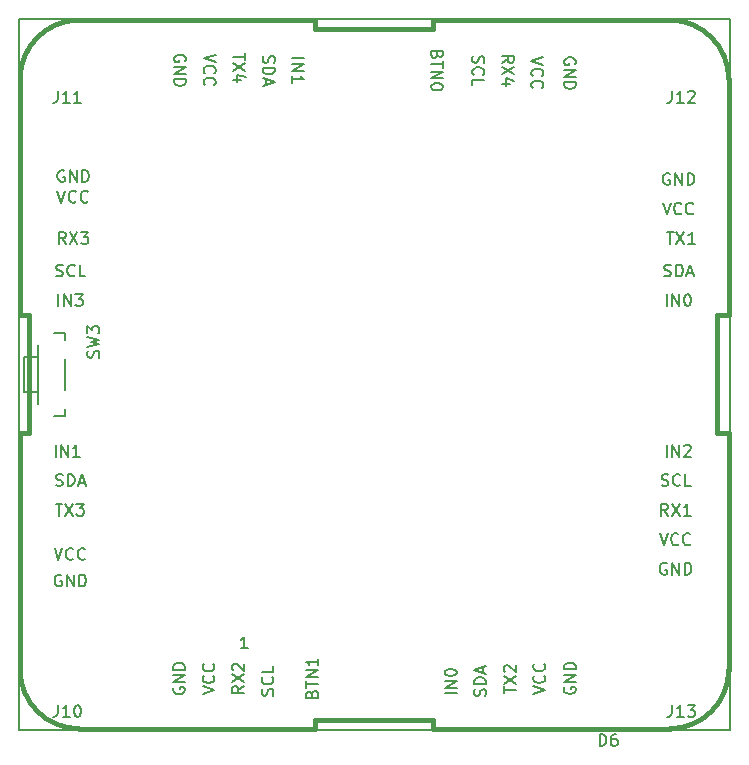
<source format=gbr>
%TF.GenerationSoftware,KiCad,Pcbnew,5.0.2-bee76a0~70~ubuntu16.04.1*%
%TF.CreationDate,2019-02-12T08:58:08+01:00*%
%TF.ProjectId,bcl4v2,62636c34-7632-42e6-9b69-6361645f7063,rev?*%
%TF.SameCoordinates,Original*%
%TF.FileFunction,Legend,Top*%
%TF.FilePolarity,Positive*%
%FSLAX46Y46*%
G04 Gerber Fmt 4.6, Leading zero omitted, Abs format (unit mm)*
G04 Created by KiCad (PCBNEW 5.0.2-bee76a0~70~ubuntu16.04.1) date Út 12. únor 2019, 08:58:08 CET*
%MOMM*%
%LPD*%
G01*
G04 APERTURE LIST*
%ADD10C,0.150000*%
%ADD11C,0.381000*%
G04 APERTURE END LIST*
D10*
X89285714Y-123202380D02*
X88714285Y-123202380D01*
X89000000Y-123202380D02*
X89000000Y-122202380D01*
X88904761Y-122345238D01*
X88809523Y-122440476D01*
X88714285Y-122488095D01*
X88952380Y-126392857D02*
X88476190Y-126726190D01*
X88952380Y-126964285D02*
X87952380Y-126964285D01*
X87952380Y-126583333D01*
X88000000Y-126488095D01*
X88047619Y-126440476D01*
X88142857Y-126392857D01*
X88285714Y-126392857D01*
X88380952Y-126440476D01*
X88428571Y-126488095D01*
X88476190Y-126583333D01*
X88476190Y-126964285D01*
X87952380Y-126059523D02*
X88952380Y-125392857D01*
X87952380Y-125392857D02*
X88952380Y-126059523D01*
X88047619Y-125059523D02*
X88000000Y-125011904D01*
X87952380Y-124916666D01*
X87952380Y-124678571D01*
X88000000Y-124583333D01*
X88047619Y-124535714D01*
X88142857Y-124488095D01*
X88238095Y-124488095D01*
X88380952Y-124535714D01*
X88952380Y-125107142D01*
X88952380Y-124488095D01*
X91404761Y-127190476D02*
X91452380Y-127047619D01*
X91452380Y-126809523D01*
X91404761Y-126714285D01*
X91357142Y-126666666D01*
X91261904Y-126619047D01*
X91166666Y-126619047D01*
X91071428Y-126666666D01*
X91023809Y-126714285D01*
X90976190Y-126809523D01*
X90928571Y-127000000D01*
X90880952Y-127095238D01*
X90833333Y-127142857D01*
X90738095Y-127190476D01*
X90642857Y-127190476D01*
X90547619Y-127142857D01*
X90500000Y-127095238D01*
X90452380Y-127000000D01*
X90452380Y-126761904D01*
X90500000Y-126619047D01*
X91357142Y-125619047D02*
X91404761Y-125666666D01*
X91452380Y-125809523D01*
X91452380Y-125904761D01*
X91404761Y-126047619D01*
X91309523Y-126142857D01*
X91214285Y-126190476D01*
X91023809Y-126238095D01*
X90880952Y-126238095D01*
X90690476Y-126190476D01*
X90595238Y-126142857D01*
X90500000Y-126047619D01*
X90452380Y-125904761D01*
X90452380Y-125809523D01*
X90500000Y-125666666D01*
X90547619Y-125619047D01*
X91452380Y-124714285D02*
X91452380Y-125190476D01*
X90452380Y-125190476D01*
X109404761Y-127214285D02*
X109452380Y-127071428D01*
X109452380Y-126833333D01*
X109404761Y-126738095D01*
X109357142Y-126690476D01*
X109261904Y-126642857D01*
X109166666Y-126642857D01*
X109071428Y-126690476D01*
X109023809Y-126738095D01*
X108976190Y-126833333D01*
X108928571Y-127023809D01*
X108880952Y-127119047D01*
X108833333Y-127166666D01*
X108738095Y-127214285D01*
X108642857Y-127214285D01*
X108547619Y-127166666D01*
X108500000Y-127119047D01*
X108452380Y-127023809D01*
X108452380Y-126785714D01*
X108500000Y-126642857D01*
X109452380Y-126214285D02*
X108452380Y-126214285D01*
X108452380Y-125976190D01*
X108500000Y-125833333D01*
X108595238Y-125738095D01*
X108690476Y-125690476D01*
X108880952Y-125642857D01*
X109023809Y-125642857D01*
X109214285Y-125690476D01*
X109309523Y-125738095D01*
X109404761Y-125833333D01*
X109452380Y-125976190D01*
X109452380Y-126214285D01*
X109166666Y-125261904D02*
X109166666Y-124785714D01*
X109452380Y-125357142D02*
X108452380Y-125023809D01*
X109452380Y-124690476D01*
X113452380Y-127083333D02*
X114452380Y-126750000D01*
X113452380Y-126416666D01*
X114357142Y-125511904D02*
X114404761Y-125559523D01*
X114452380Y-125702380D01*
X114452380Y-125797619D01*
X114404761Y-125940476D01*
X114309523Y-126035714D01*
X114214285Y-126083333D01*
X114023809Y-126130952D01*
X113880952Y-126130952D01*
X113690476Y-126083333D01*
X113595238Y-126035714D01*
X113500000Y-125940476D01*
X113452380Y-125797619D01*
X113452380Y-125702380D01*
X113500000Y-125559523D01*
X113547619Y-125511904D01*
X114357142Y-124511904D02*
X114404761Y-124559523D01*
X114452380Y-124702380D01*
X114452380Y-124797619D01*
X114404761Y-124940476D01*
X114309523Y-125035714D01*
X114214285Y-125083333D01*
X114023809Y-125130952D01*
X113880952Y-125130952D01*
X113690476Y-125083333D01*
X113595238Y-125035714D01*
X113500000Y-124940476D01*
X113452380Y-124797619D01*
X113452380Y-124702380D01*
X113500000Y-124559523D01*
X113547619Y-124511904D01*
X83000000Y-126511904D02*
X82952380Y-126607142D01*
X82952380Y-126750000D01*
X83000000Y-126892857D01*
X83095238Y-126988095D01*
X83190476Y-127035714D01*
X83380952Y-127083333D01*
X83523809Y-127083333D01*
X83714285Y-127035714D01*
X83809523Y-126988095D01*
X83904761Y-126892857D01*
X83952380Y-126750000D01*
X83952380Y-126654761D01*
X83904761Y-126511904D01*
X83857142Y-126464285D01*
X83523809Y-126464285D01*
X83523809Y-126654761D01*
X83952380Y-126035714D02*
X82952380Y-126035714D01*
X83952380Y-125464285D01*
X82952380Y-125464285D01*
X83952380Y-124988095D02*
X82952380Y-124988095D01*
X82952380Y-124750000D01*
X83000000Y-124607142D01*
X83095238Y-124511904D01*
X83190476Y-124464285D01*
X83380952Y-124416666D01*
X83523809Y-124416666D01*
X83714285Y-124464285D01*
X83809523Y-124511904D01*
X83904761Y-124607142D01*
X83952380Y-124750000D01*
X83952380Y-124988095D01*
X85452380Y-127083333D02*
X86452380Y-126750000D01*
X85452380Y-126416666D01*
X86357142Y-125511904D02*
X86404761Y-125559523D01*
X86452380Y-125702380D01*
X86452380Y-125797619D01*
X86404761Y-125940476D01*
X86309523Y-126035714D01*
X86214285Y-126083333D01*
X86023809Y-126130952D01*
X85880952Y-126130952D01*
X85690476Y-126083333D01*
X85595238Y-126035714D01*
X85500000Y-125940476D01*
X85452380Y-125797619D01*
X85452380Y-125702380D01*
X85500000Y-125559523D01*
X85547619Y-125511904D01*
X86357142Y-124511904D02*
X86404761Y-124559523D01*
X86452380Y-124702380D01*
X86452380Y-124797619D01*
X86404761Y-124940476D01*
X86309523Y-125035714D01*
X86214285Y-125083333D01*
X86023809Y-125130952D01*
X85880952Y-125130952D01*
X85690476Y-125083333D01*
X85595238Y-125035714D01*
X85500000Y-124940476D01*
X85452380Y-124797619D01*
X85452380Y-124702380D01*
X85500000Y-124559523D01*
X85547619Y-124511904D01*
X94678571Y-127059523D02*
X94726190Y-126916666D01*
X94773809Y-126869047D01*
X94869047Y-126821428D01*
X95011904Y-126821428D01*
X95107142Y-126869047D01*
X95154761Y-126916666D01*
X95202380Y-127011904D01*
X95202380Y-127392857D01*
X94202380Y-127392857D01*
X94202380Y-127059523D01*
X94250000Y-126964285D01*
X94297619Y-126916666D01*
X94392857Y-126869047D01*
X94488095Y-126869047D01*
X94583333Y-126916666D01*
X94630952Y-126964285D01*
X94678571Y-127059523D01*
X94678571Y-127392857D01*
X94202380Y-126535714D02*
X94202380Y-125964285D01*
X95202380Y-126250000D02*
X94202380Y-126250000D01*
X95202380Y-125630952D02*
X94202380Y-125630952D01*
X95202380Y-125059523D01*
X94202380Y-125059523D01*
X95202380Y-124059523D02*
X95202380Y-124630952D01*
X95202380Y-124345238D02*
X94202380Y-124345238D01*
X94345238Y-124440476D01*
X94440476Y-124535714D01*
X94488095Y-124630952D01*
X116086000Y-126491904D02*
X116038380Y-126587142D01*
X116038380Y-126730000D01*
X116086000Y-126872857D01*
X116181238Y-126968095D01*
X116276476Y-127015714D01*
X116466952Y-127063333D01*
X116609809Y-127063333D01*
X116800285Y-127015714D01*
X116895523Y-126968095D01*
X116990761Y-126872857D01*
X117038380Y-126730000D01*
X117038380Y-126634761D01*
X116990761Y-126491904D01*
X116943142Y-126444285D01*
X116609809Y-126444285D01*
X116609809Y-126634761D01*
X117038380Y-126015714D02*
X116038380Y-126015714D01*
X117038380Y-125444285D01*
X116038380Y-125444285D01*
X117038380Y-124968095D02*
X116038380Y-124968095D01*
X116038380Y-124730000D01*
X116086000Y-124587142D01*
X116181238Y-124491904D01*
X116276476Y-124444285D01*
X116466952Y-124396666D01*
X116609809Y-124396666D01*
X116800285Y-124444285D01*
X116895523Y-124491904D01*
X116990761Y-124587142D01*
X117038380Y-124730000D01*
X117038380Y-124968095D01*
X110952380Y-126988095D02*
X110952380Y-126416666D01*
X111952380Y-126702380D02*
X110952380Y-126702380D01*
X110952380Y-126178571D02*
X111952380Y-125511904D01*
X110952380Y-125511904D02*
X111952380Y-126178571D01*
X111047619Y-125178571D02*
X111000000Y-125130952D01*
X110952380Y-125035714D01*
X110952380Y-124797619D01*
X111000000Y-124702380D01*
X111047619Y-124654761D01*
X111142857Y-124607142D01*
X111238095Y-124607142D01*
X111380952Y-124654761D01*
X111952380Y-125226190D01*
X111952380Y-124607142D01*
X106952380Y-127000000D02*
X105952380Y-127000000D01*
X106952380Y-126523809D02*
X105952380Y-126523809D01*
X106952380Y-125952380D01*
X105952380Y-125952380D01*
X105952380Y-125285714D02*
X105952380Y-125190476D01*
X106000000Y-125095238D01*
X106047619Y-125047619D01*
X106142857Y-125000000D01*
X106333333Y-124952380D01*
X106571428Y-124952380D01*
X106761904Y-125000000D01*
X106857142Y-125047619D01*
X106904761Y-125095238D01*
X106952380Y-125190476D01*
X106952380Y-125285714D01*
X106904761Y-125380952D01*
X106857142Y-125428571D01*
X106761904Y-125476190D01*
X106571428Y-125523809D01*
X106333333Y-125523809D01*
X106142857Y-125476190D01*
X106047619Y-125428571D01*
X106000000Y-125380952D01*
X105952380Y-125285714D01*
X110797619Y-73607142D02*
X111273809Y-73273809D01*
X110797619Y-73035714D02*
X111797619Y-73035714D01*
X111797619Y-73416666D01*
X111750000Y-73511904D01*
X111702380Y-73559523D01*
X111607142Y-73607142D01*
X111464285Y-73607142D01*
X111369047Y-73559523D01*
X111321428Y-73511904D01*
X111273809Y-73416666D01*
X111273809Y-73035714D01*
X111797619Y-73940476D02*
X110797619Y-74607142D01*
X111797619Y-74607142D02*
X110797619Y-73940476D01*
X111464285Y-75416666D02*
X110797619Y-75416666D01*
X111845238Y-75178571D02*
X111130952Y-74940476D01*
X111130952Y-75559523D01*
X90595238Y-73035714D02*
X90547619Y-73178571D01*
X90547619Y-73416666D01*
X90595238Y-73511904D01*
X90642857Y-73559523D01*
X90738095Y-73607142D01*
X90833333Y-73607142D01*
X90928571Y-73559523D01*
X90976190Y-73511904D01*
X91023809Y-73416666D01*
X91071428Y-73226190D01*
X91119047Y-73130952D01*
X91166666Y-73083333D01*
X91261904Y-73035714D01*
X91357142Y-73035714D01*
X91452380Y-73083333D01*
X91500000Y-73130952D01*
X91547619Y-73226190D01*
X91547619Y-73464285D01*
X91500000Y-73607142D01*
X90547619Y-74035714D02*
X91547619Y-74035714D01*
X91547619Y-74273809D01*
X91500000Y-74416666D01*
X91404761Y-74511904D01*
X91309523Y-74559523D01*
X91119047Y-74607142D01*
X90976190Y-74607142D01*
X90785714Y-74559523D01*
X90690476Y-74511904D01*
X90595238Y-74416666D01*
X90547619Y-74273809D01*
X90547619Y-74035714D01*
X90833333Y-74988095D02*
X90833333Y-75464285D01*
X90547619Y-74892857D02*
X91547619Y-75226190D01*
X90547619Y-75559523D01*
X108345238Y-73059523D02*
X108297619Y-73202380D01*
X108297619Y-73440476D01*
X108345238Y-73535714D01*
X108392857Y-73583333D01*
X108488095Y-73630952D01*
X108583333Y-73630952D01*
X108678571Y-73583333D01*
X108726190Y-73535714D01*
X108773809Y-73440476D01*
X108821428Y-73250000D01*
X108869047Y-73154761D01*
X108916666Y-73107142D01*
X109011904Y-73059523D01*
X109107142Y-73059523D01*
X109202380Y-73107142D01*
X109250000Y-73154761D01*
X109297619Y-73250000D01*
X109297619Y-73488095D01*
X109250000Y-73630952D01*
X108392857Y-74630952D02*
X108345238Y-74583333D01*
X108297619Y-74440476D01*
X108297619Y-74345238D01*
X108345238Y-74202380D01*
X108440476Y-74107142D01*
X108535714Y-74059523D01*
X108726190Y-74011904D01*
X108869047Y-74011904D01*
X109059523Y-74059523D01*
X109154761Y-74107142D01*
X109250000Y-74202380D01*
X109297619Y-74345238D01*
X109297619Y-74440476D01*
X109250000Y-74583333D01*
X109202380Y-74630952D01*
X108297619Y-75535714D02*
X108297619Y-75059523D01*
X109297619Y-75059523D01*
X86547619Y-72916666D02*
X85547619Y-73250000D01*
X86547619Y-73583333D01*
X85642857Y-74488095D02*
X85595238Y-74440476D01*
X85547619Y-74297619D01*
X85547619Y-74202380D01*
X85595238Y-74059523D01*
X85690476Y-73964285D01*
X85785714Y-73916666D01*
X85976190Y-73869047D01*
X86119047Y-73869047D01*
X86309523Y-73916666D01*
X86404761Y-73964285D01*
X86500000Y-74059523D01*
X86547619Y-74202380D01*
X86547619Y-74297619D01*
X86500000Y-74440476D01*
X86452380Y-74488095D01*
X85642857Y-75488095D02*
X85595238Y-75440476D01*
X85547619Y-75297619D01*
X85547619Y-75202380D01*
X85595238Y-75059523D01*
X85690476Y-74964285D01*
X85785714Y-74916666D01*
X85976190Y-74869047D01*
X86119047Y-74869047D01*
X86309523Y-74916666D01*
X86404761Y-74964285D01*
X86500000Y-75059523D01*
X86547619Y-75202380D01*
X86547619Y-75297619D01*
X86500000Y-75440476D01*
X86452380Y-75488095D01*
X84000000Y-73488095D02*
X84047619Y-73392857D01*
X84047619Y-73250000D01*
X84000000Y-73107142D01*
X83904761Y-73011904D01*
X83809523Y-72964285D01*
X83619047Y-72916666D01*
X83476190Y-72916666D01*
X83285714Y-72964285D01*
X83190476Y-73011904D01*
X83095238Y-73107142D01*
X83047619Y-73250000D01*
X83047619Y-73345238D01*
X83095238Y-73488095D01*
X83142857Y-73535714D01*
X83476190Y-73535714D01*
X83476190Y-73345238D01*
X83047619Y-73964285D02*
X84047619Y-73964285D01*
X83047619Y-74535714D01*
X84047619Y-74535714D01*
X83047619Y-75011904D02*
X84047619Y-75011904D01*
X84047619Y-75250000D01*
X84000000Y-75392857D01*
X83904761Y-75488095D01*
X83809523Y-75535714D01*
X83619047Y-75583333D01*
X83476190Y-75583333D01*
X83285714Y-75535714D01*
X83190476Y-75488095D01*
X83095238Y-75392857D01*
X83047619Y-75250000D01*
X83047619Y-75011904D01*
X114297619Y-73166666D02*
X113297619Y-73500000D01*
X114297619Y-73833333D01*
X113392857Y-74738095D02*
X113345238Y-74690476D01*
X113297619Y-74547619D01*
X113297619Y-74452380D01*
X113345238Y-74309523D01*
X113440476Y-74214285D01*
X113535714Y-74166666D01*
X113726190Y-74119047D01*
X113869047Y-74119047D01*
X114059523Y-74166666D01*
X114154761Y-74214285D01*
X114250000Y-74309523D01*
X114297619Y-74452380D01*
X114297619Y-74547619D01*
X114250000Y-74690476D01*
X114202380Y-74738095D01*
X113392857Y-75738095D02*
X113345238Y-75690476D01*
X113297619Y-75547619D01*
X113297619Y-75452380D01*
X113345238Y-75309523D01*
X113440476Y-75214285D01*
X113535714Y-75166666D01*
X113726190Y-75119047D01*
X113869047Y-75119047D01*
X114059523Y-75166666D01*
X114154761Y-75214285D01*
X114250000Y-75309523D01*
X114297619Y-75452380D01*
X114297619Y-75547619D01*
X114250000Y-75690476D01*
X114202380Y-75738095D01*
X105321428Y-72940476D02*
X105273809Y-73083333D01*
X105226190Y-73130952D01*
X105130952Y-73178571D01*
X104988095Y-73178571D01*
X104892857Y-73130952D01*
X104845238Y-73083333D01*
X104797619Y-72988095D01*
X104797619Y-72607142D01*
X105797619Y-72607142D01*
X105797619Y-72940476D01*
X105750000Y-73035714D01*
X105702380Y-73083333D01*
X105607142Y-73130952D01*
X105511904Y-73130952D01*
X105416666Y-73083333D01*
X105369047Y-73035714D01*
X105321428Y-72940476D01*
X105321428Y-72607142D01*
X105797619Y-73464285D02*
X105797619Y-74035714D01*
X104797619Y-73750000D02*
X105797619Y-73750000D01*
X104797619Y-74369047D02*
X105797619Y-74369047D01*
X104797619Y-74940476D01*
X105797619Y-74940476D01*
X105797619Y-75607142D02*
X105797619Y-75702380D01*
X105750000Y-75797619D01*
X105702380Y-75845238D01*
X105607142Y-75892857D01*
X105416666Y-75940476D01*
X105178571Y-75940476D01*
X104988095Y-75892857D01*
X104892857Y-75845238D01*
X104845238Y-75797619D01*
X104797619Y-75702380D01*
X104797619Y-75607142D01*
X104845238Y-75511904D01*
X104892857Y-75464285D01*
X104988095Y-75416666D01*
X105178571Y-75369047D01*
X105416666Y-75369047D01*
X105607142Y-75416666D01*
X105702380Y-75464285D01*
X105750000Y-75511904D01*
X105797619Y-75607142D01*
X117000000Y-73738095D02*
X117047619Y-73642857D01*
X117047619Y-73500000D01*
X117000000Y-73357142D01*
X116904761Y-73261904D01*
X116809523Y-73214285D01*
X116619047Y-73166666D01*
X116476190Y-73166666D01*
X116285714Y-73214285D01*
X116190476Y-73261904D01*
X116095238Y-73357142D01*
X116047619Y-73500000D01*
X116047619Y-73595238D01*
X116095238Y-73738095D01*
X116142857Y-73785714D01*
X116476190Y-73785714D01*
X116476190Y-73595238D01*
X116047619Y-74214285D02*
X117047619Y-74214285D01*
X116047619Y-74785714D01*
X117047619Y-74785714D01*
X116047619Y-75261904D02*
X117047619Y-75261904D01*
X117047619Y-75500000D01*
X117000000Y-75642857D01*
X116904761Y-75738095D01*
X116809523Y-75785714D01*
X116619047Y-75833333D01*
X116476190Y-75833333D01*
X116285714Y-75785714D01*
X116190476Y-75738095D01*
X116095238Y-75642857D01*
X116047619Y-75500000D01*
X116047619Y-75261904D01*
X89066619Y-72802904D02*
X89066619Y-73374333D01*
X88066619Y-73088619D02*
X89066619Y-73088619D01*
X89066619Y-73612428D02*
X88066619Y-74279095D01*
X89066619Y-74279095D02*
X88066619Y-73612428D01*
X88733285Y-75088619D02*
X88066619Y-75088619D01*
X89114238Y-74850523D02*
X88399952Y-74612428D01*
X88399952Y-75231476D01*
X93047619Y-73250000D02*
X94047619Y-73250000D01*
X93047619Y-73726190D02*
X94047619Y-73726190D01*
X93047619Y-74297619D01*
X94047619Y-74297619D01*
X93047619Y-75297619D02*
X93047619Y-74726190D01*
X93047619Y-75011904D02*
X94047619Y-75011904D01*
X93904761Y-74916666D01*
X93809523Y-74821428D01*
X93761904Y-74726190D01*
X124750000Y-106952380D02*
X124750000Y-105952380D01*
X125226190Y-106952380D02*
X125226190Y-105952380D01*
X125797619Y-106952380D01*
X125797619Y-105952380D01*
X126226190Y-106047619D02*
X126273809Y-106000000D01*
X126369047Y-105952380D01*
X126607142Y-105952380D01*
X126702380Y-106000000D01*
X126750000Y-106047619D01*
X126797619Y-106142857D01*
X126797619Y-106238095D01*
X126750000Y-106380952D01*
X126178571Y-106952380D01*
X126797619Y-106952380D01*
X124166666Y-113452380D02*
X124500000Y-114452380D01*
X124833333Y-113452380D01*
X125738095Y-114357142D02*
X125690476Y-114404761D01*
X125547619Y-114452380D01*
X125452380Y-114452380D01*
X125309523Y-114404761D01*
X125214285Y-114309523D01*
X125166666Y-114214285D01*
X125119047Y-114023809D01*
X125119047Y-113880952D01*
X125166666Y-113690476D01*
X125214285Y-113595238D01*
X125309523Y-113500000D01*
X125452380Y-113452380D01*
X125547619Y-113452380D01*
X125690476Y-113500000D01*
X125738095Y-113547619D01*
X126738095Y-114357142D02*
X126690476Y-114404761D01*
X126547619Y-114452380D01*
X126452380Y-114452380D01*
X126309523Y-114404761D01*
X126214285Y-114309523D01*
X126166666Y-114214285D01*
X126119047Y-114023809D01*
X126119047Y-113880952D01*
X126166666Y-113690476D01*
X126214285Y-113595238D01*
X126309523Y-113500000D01*
X126452380Y-113452380D01*
X126547619Y-113452380D01*
X126690476Y-113500000D01*
X126738095Y-113547619D01*
X124857142Y-111952380D02*
X124523809Y-111476190D01*
X124285714Y-111952380D02*
X124285714Y-110952380D01*
X124666666Y-110952380D01*
X124761904Y-111000000D01*
X124809523Y-111047619D01*
X124857142Y-111142857D01*
X124857142Y-111285714D01*
X124809523Y-111380952D01*
X124761904Y-111428571D01*
X124666666Y-111476190D01*
X124285714Y-111476190D01*
X125190476Y-110952380D02*
X125857142Y-111952380D01*
X125857142Y-110952380D02*
X125190476Y-111952380D01*
X126761904Y-111952380D02*
X126190476Y-111952380D01*
X126476190Y-111952380D02*
X126476190Y-110952380D01*
X126380952Y-111095238D01*
X126285714Y-111190476D01*
X126190476Y-111238095D01*
X124309523Y-109404761D02*
X124452380Y-109452380D01*
X124690476Y-109452380D01*
X124785714Y-109404761D01*
X124833333Y-109357142D01*
X124880952Y-109261904D01*
X124880952Y-109166666D01*
X124833333Y-109071428D01*
X124785714Y-109023809D01*
X124690476Y-108976190D01*
X124500000Y-108928571D01*
X124404761Y-108880952D01*
X124357142Y-108833333D01*
X124309523Y-108738095D01*
X124309523Y-108642857D01*
X124357142Y-108547619D01*
X124404761Y-108500000D01*
X124500000Y-108452380D01*
X124738095Y-108452380D01*
X124880952Y-108500000D01*
X125880952Y-109357142D02*
X125833333Y-109404761D01*
X125690476Y-109452380D01*
X125595238Y-109452380D01*
X125452380Y-109404761D01*
X125357142Y-109309523D01*
X125309523Y-109214285D01*
X125261904Y-109023809D01*
X125261904Y-108880952D01*
X125309523Y-108690476D01*
X125357142Y-108595238D01*
X125452380Y-108500000D01*
X125595238Y-108452380D01*
X125690476Y-108452380D01*
X125833333Y-108500000D01*
X125880952Y-108547619D01*
X126785714Y-109452380D02*
X126309523Y-109452380D01*
X126309523Y-108452380D01*
X124416666Y-85452380D02*
X124750000Y-86452380D01*
X125083333Y-85452380D01*
X125988095Y-86357142D02*
X125940476Y-86404761D01*
X125797619Y-86452380D01*
X125702380Y-86452380D01*
X125559523Y-86404761D01*
X125464285Y-86309523D01*
X125416666Y-86214285D01*
X125369047Y-86023809D01*
X125369047Y-85880952D01*
X125416666Y-85690476D01*
X125464285Y-85595238D01*
X125559523Y-85500000D01*
X125702380Y-85452380D01*
X125797619Y-85452380D01*
X125940476Y-85500000D01*
X125988095Y-85547619D01*
X126988095Y-86357142D02*
X126940476Y-86404761D01*
X126797619Y-86452380D01*
X126702380Y-86452380D01*
X126559523Y-86404761D01*
X126464285Y-86309523D01*
X126416666Y-86214285D01*
X126369047Y-86023809D01*
X126369047Y-85880952D01*
X126416666Y-85690476D01*
X126464285Y-85595238D01*
X126559523Y-85500000D01*
X126702380Y-85452380D01*
X126797619Y-85452380D01*
X126940476Y-85500000D01*
X126988095Y-85547619D01*
X124738095Y-116000000D02*
X124642857Y-115952380D01*
X124500000Y-115952380D01*
X124357142Y-116000000D01*
X124261904Y-116095238D01*
X124214285Y-116190476D01*
X124166666Y-116380952D01*
X124166666Y-116523809D01*
X124214285Y-116714285D01*
X124261904Y-116809523D01*
X124357142Y-116904761D01*
X124500000Y-116952380D01*
X124595238Y-116952380D01*
X124738095Y-116904761D01*
X124785714Y-116857142D01*
X124785714Y-116523809D01*
X124595238Y-116523809D01*
X125214285Y-116952380D02*
X125214285Y-115952380D01*
X125785714Y-116952380D01*
X125785714Y-115952380D01*
X126261904Y-116952380D02*
X126261904Y-115952380D01*
X126500000Y-115952380D01*
X126642857Y-116000000D01*
X126738095Y-116095238D01*
X126785714Y-116190476D01*
X126833333Y-116380952D01*
X126833333Y-116523809D01*
X126785714Y-116714285D01*
X126738095Y-116809523D01*
X126642857Y-116904761D01*
X126500000Y-116952380D01*
X126261904Y-116952380D01*
X124761904Y-87952380D02*
X125333333Y-87952380D01*
X125047619Y-88952380D02*
X125047619Y-87952380D01*
X125571428Y-87952380D02*
X126238095Y-88952380D01*
X126238095Y-87952380D02*
X125571428Y-88952380D01*
X127142857Y-88952380D02*
X126571428Y-88952380D01*
X126857142Y-88952380D02*
X126857142Y-87952380D01*
X126761904Y-88095238D01*
X126666666Y-88190476D01*
X126571428Y-88238095D01*
X124750000Y-94202380D02*
X124750000Y-93202380D01*
X125226190Y-94202380D02*
X125226190Y-93202380D01*
X125797619Y-94202380D01*
X125797619Y-93202380D01*
X126464285Y-93202380D02*
X126559523Y-93202380D01*
X126654761Y-93250000D01*
X126702380Y-93297619D01*
X126750000Y-93392857D01*
X126797619Y-93583333D01*
X126797619Y-93821428D01*
X126750000Y-94011904D01*
X126702380Y-94107142D01*
X126654761Y-94154761D01*
X126559523Y-94202380D01*
X126464285Y-94202380D01*
X126369047Y-94154761D01*
X126321428Y-94107142D01*
X126273809Y-94011904D01*
X126226190Y-93821428D01*
X126226190Y-93583333D01*
X126273809Y-93392857D01*
X126321428Y-93297619D01*
X126369047Y-93250000D01*
X126464285Y-93202380D01*
X124535714Y-91654761D02*
X124678571Y-91702380D01*
X124916666Y-91702380D01*
X125011904Y-91654761D01*
X125059523Y-91607142D01*
X125107142Y-91511904D01*
X125107142Y-91416666D01*
X125059523Y-91321428D01*
X125011904Y-91273809D01*
X124916666Y-91226190D01*
X124726190Y-91178571D01*
X124630952Y-91130952D01*
X124583333Y-91083333D01*
X124535714Y-90988095D01*
X124535714Y-90892857D01*
X124583333Y-90797619D01*
X124630952Y-90750000D01*
X124726190Y-90702380D01*
X124964285Y-90702380D01*
X125107142Y-90750000D01*
X125535714Y-91702380D02*
X125535714Y-90702380D01*
X125773809Y-90702380D01*
X125916666Y-90750000D01*
X126011904Y-90845238D01*
X126059523Y-90940476D01*
X126107142Y-91130952D01*
X126107142Y-91273809D01*
X126059523Y-91464285D01*
X126011904Y-91559523D01*
X125916666Y-91654761D01*
X125773809Y-91702380D01*
X125535714Y-91702380D01*
X126488095Y-91416666D02*
X126964285Y-91416666D01*
X126392857Y-91702380D02*
X126726190Y-90702380D01*
X127059523Y-91702380D01*
X124988095Y-83000000D02*
X124892857Y-82952380D01*
X124750000Y-82952380D01*
X124607142Y-83000000D01*
X124511904Y-83095238D01*
X124464285Y-83190476D01*
X124416666Y-83380952D01*
X124416666Y-83523809D01*
X124464285Y-83714285D01*
X124511904Y-83809523D01*
X124607142Y-83904761D01*
X124750000Y-83952380D01*
X124845238Y-83952380D01*
X124988095Y-83904761D01*
X125035714Y-83857142D01*
X125035714Y-83523809D01*
X124845238Y-83523809D01*
X125464285Y-83952380D02*
X125464285Y-82952380D01*
X126035714Y-83952380D01*
X126035714Y-82952380D01*
X126511904Y-83952380D02*
X126511904Y-82952380D01*
X126750000Y-82952380D01*
X126892857Y-83000000D01*
X126988095Y-83095238D01*
X127035714Y-83190476D01*
X127083333Y-83380952D01*
X127083333Y-83523809D01*
X127035714Y-83714285D01*
X126988095Y-83809523D01*
X126892857Y-83904761D01*
X126750000Y-83952380D01*
X126511904Y-83952380D01*
X73035714Y-109404761D02*
X73178571Y-109452380D01*
X73416666Y-109452380D01*
X73511904Y-109404761D01*
X73559523Y-109357142D01*
X73607142Y-109261904D01*
X73607142Y-109166666D01*
X73559523Y-109071428D01*
X73511904Y-109023809D01*
X73416666Y-108976190D01*
X73226190Y-108928571D01*
X73130952Y-108880952D01*
X73083333Y-108833333D01*
X73035714Y-108738095D01*
X73035714Y-108642857D01*
X73083333Y-108547619D01*
X73130952Y-108500000D01*
X73226190Y-108452380D01*
X73464285Y-108452380D01*
X73607142Y-108500000D01*
X74035714Y-109452380D02*
X74035714Y-108452380D01*
X74273809Y-108452380D01*
X74416666Y-108500000D01*
X74511904Y-108595238D01*
X74559523Y-108690476D01*
X74607142Y-108880952D01*
X74607142Y-109023809D01*
X74559523Y-109214285D01*
X74511904Y-109309523D01*
X74416666Y-109404761D01*
X74273809Y-109452380D01*
X74035714Y-109452380D01*
X74988095Y-109166666D02*
X75464285Y-109166666D01*
X74892857Y-109452380D02*
X75226190Y-108452380D01*
X75559523Y-109452380D01*
X72916666Y-114702380D02*
X73250000Y-115702380D01*
X73583333Y-114702380D01*
X74488095Y-115607142D02*
X74440476Y-115654761D01*
X74297619Y-115702380D01*
X74202380Y-115702380D01*
X74059523Y-115654761D01*
X73964285Y-115559523D01*
X73916666Y-115464285D01*
X73869047Y-115273809D01*
X73869047Y-115130952D01*
X73916666Y-114940476D01*
X73964285Y-114845238D01*
X74059523Y-114750000D01*
X74202380Y-114702380D01*
X74297619Y-114702380D01*
X74440476Y-114750000D01*
X74488095Y-114797619D01*
X75488095Y-115607142D02*
X75440476Y-115654761D01*
X75297619Y-115702380D01*
X75202380Y-115702380D01*
X75059523Y-115654761D01*
X74964285Y-115559523D01*
X74916666Y-115464285D01*
X74869047Y-115273809D01*
X74869047Y-115130952D01*
X74916666Y-114940476D01*
X74964285Y-114845238D01*
X75059523Y-114750000D01*
X75202380Y-114702380D01*
X75297619Y-114702380D01*
X75440476Y-114750000D01*
X75488095Y-114797619D01*
X73011904Y-110952380D02*
X73583333Y-110952380D01*
X73297619Y-111952380D02*
X73297619Y-110952380D01*
X73821428Y-110952380D02*
X74488095Y-111952380D01*
X74488095Y-110952380D02*
X73821428Y-111952380D01*
X74773809Y-110952380D02*
X75392857Y-110952380D01*
X75059523Y-111333333D01*
X75202380Y-111333333D01*
X75297619Y-111380952D01*
X75345238Y-111428571D01*
X75392857Y-111523809D01*
X75392857Y-111761904D01*
X75345238Y-111857142D01*
X75297619Y-111904761D01*
X75202380Y-111952380D01*
X74916666Y-111952380D01*
X74821428Y-111904761D01*
X74773809Y-111857142D01*
X73000000Y-106952380D02*
X73000000Y-105952380D01*
X73476190Y-106952380D02*
X73476190Y-105952380D01*
X74047619Y-106952380D01*
X74047619Y-105952380D01*
X75047619Y-106952380D02*
X74476190Y-106952380D01*
X74761904Y-106952380D02*
X74761904Y-105952380D01*
X74666666Y-106095238D01*
X74571428Y-106190476D01*
X74476190Y-106238095D01*
X73488095Y-117000000D02*
X73392857Y-116952380D01*
X73250000Y-116952380D01*
X73107142Y-117000000D01*
X73011904Y-117095238D01*
X72964285Y-117190476D01*
X72916666Y-117380952D01*
X72916666Y-117523809D01*
X72964285Y-117714285D01*
X73011904Y-117809523D01*
X73107142Y-117904761D01*
X73250000Y-117952380D01*
X73345238Y-117952380D01*
X73488095Y-117904761D01*
X73535714Y-117857142D01*
X73535714Y-117523809D01*
X73345238Y-117523809D01*
X73964285Y-117952380D02*
X73964285Y-116952380D01*
X74535714Y-117952380D01*
X74535714Y-116952380D01*
X75011904Y-117952380D02*
X75011904Y-116952380D01*
X75250000Y-116952380D01*
X75392857Y-117000000D01*
X75488095Y-117095238D01*
X75535714Y-117190476D01*
X75583333Y-117380952D01*
X75583333Y-117523809D01*
X75535714Y-117714285D01*
X75488095Y-117809523D01*
X75392857Y-117904761D01*
X75250000Y-117952380D01*
X75011904Y-117952380D01*
X73250000Y-94202380D02*
X73250000Y-93202380D01*
X73726190Y-94202380D02*
X73726190Y-93202380D01*
X74297619Y-94202380D01*
X74297619Y-93202380D01*
X74678571Y-93202380D02*
X75297619Y-93202380D01*
X74964285Y-93583333D01*
X75107142Y-93583333D01*
X75202380Y-93630952D01*
X75250000Y-93678571D01*
X75297619Y-93773809D01*
X75297619Y-94011904D01*
X75250000Y-94107142D01*
X75202380Y-94154761D01*
X75107142Y-94202380D01*
X74821428Y-94202380D01*
X74726190Y-94154761D01*
X74678571Y-94107142D01*
X73059523Y-91654761D02*
X73202380Y-91702380D01*
X73440476Y-91702380D01*
X73535714Y-91654761D01*
X73583333Y-91607142D01*
X73630952Y-91511904D01*
X73630952Y-91416666D01*
X73583333Y-91321428D01*
X73535714Y-91273809D01*
X73440476Y-91226190D01*
X73250000Y-91178571D01*
X73154761Y-91130952D01*
X73107142Y-91083333D01*
X73059523Y-90988095D01*
X73059523Y-90892857D01*
X73107142Y-90797619D01*
X73154761Y-90750000D01*
X73250000Y-90702380D01*
X73488095Y-90702380D01*
X73630952Y-90750000D01*
X74630952Y-91607142D02*
X74583333Y-91654761D01*
X74440476Y-91702380D01*
X74345238Y-91702380D01*
X74202380Y-91654761D01*
X74107142Y-91559523D01*
X74059523Y-91464285D01*
X74011904Y-91273809D01*
X74011904Y-91130952D01*
X74059523Y-90940476D01*
X74107142Y-90845238D01*
X74202380Y-90750000D01*
X74345238Y-90702380D01*
X74440476Y-90702380D01*
X74583333Y-90750000D01*
X74630952Y-90797619D01*
X75535714Y-91702380D02*
X75059523Y-91702380D01*
X75059523Y-90702380D01*
X73857142Y-88952380D02*
X73523809Y-88476190D01*
X73285714Y-88952380D02*
X73285714Y-87952380D01*
X73666666Y-87952380D01*
X73761904Y-88000000D01*
X73809523Y-88047619D01*
X73857142Y-88142857D01*
X73857142Y-88285714D01*
X73809523Y-88380952D01*
X73761904Y-88428571D01*
X73666666Y-88476190D01*
X73285714Y-88476190D01*
X74190476Y-87952380D02*
X74857142Y-88952380D01*
X74857142Y-87952380D02*
X74190476Y-88952380D01*
X75142857Y-87952380D02*
X75761904Y-87952380D01*
X75428571Y-88333333D01*
X75571428Y-88333333D01*
X75666666Y-88380952D01*
X75714285Y-88428571D01*
X75761904Y-88523809D01*
X75761904Y-88761904D01*
X75714285Y-88857142D01*
X75666666Y-88904761D01*
X75571428Y-88952380D01*
X75285714Y-88952380D01*
X75190476Y-88904761D01*
X75142857Y-88857142D01*
X73166666Y-84452380D02*
X73500000Y-85452380D01*
X73833333Y-84452380D01*
X74738095Y-85357142D02*
X74690476Y-85404761D01*
X74547619Y-85452380D01*
X74452380Y-85452380D01*
X74309523Y-85404761D01*
X74214285Y-85309523D01*
X74166666Y-85214285D01*
X74119047Y-85023809D01*
X74119047Y-84880952D01*
X74166666Y-84690476D01*
X74214285Y-84595238D01*
X74309523Y-84500000D01*
X74452380Y-84452380D01*
X74547619Y-84452380D01*
X74690476Y-84500000D01*
X74738095Y-84547619D01*
X75738095Y-85357142D02*
X75690476Y-85404761D01*
X75547619Y-85452380D01*
X75452380Y-85452380D01*
X75309523Y-85404761D01*
X75214285Y-85309523D01*
X75166666Y-85214285D01*
X75119047Y-85023809D01*
X75119047Y-84880952D01*
X75166666Y-84690476D01*
X75214285Y-84595238D01*
X75309523Y-84500000D01*
X75452380Y-84452380D01*
X75547619Y-84452380D01*
X75690476Y-84500000D01*
X75738095Y-84547619D01*
X73738095Y-82750000D02*
X73642857Y-82702380D01*
X73500000Y-82702380D01*
X73357142Y-82750000D01*
X73261904Y-82845238D01*
X73214285Y-82940476D01*
X73166666Y-83130952D01*
X73166666Y-83273809D01*
X73214285Y-83464285D01*
X73261904Y-83559523D01*
X73357142Y-83654761D01*
X73500000Y-83702380D01*
X73595238Y-83702380D01*
X73738095Y-83654761D01*
X73785714Y-83607142D01*
X73785714Y-83273809D01*
X73595238Y-83273809D01*
X74214285Y-83702380D02*
X74214285Y-82702380D01*
X74785714Y-83702380D01*
X74785714Y-82702380D01*
X75261904Y-83702380D02*
X75261904Y-82702380D01*
X75500000Y-82702380D01*
X75642857Y-82750000D01*
X75738095Y-82845238D01*
X75785714Y-82940476D01*
X75833333Y-83130952D01*
X75833333Y-83273809D01*
X75785714Y-83464285D01*
X75738095Y-83559523D01*
X75642857Y-83654761D01*
X75500000Y-83702380D01*
X75261904Y-83702380D01*
D11*
X70000000Y-95000000D02*
X70000000Y-75000000D01*
X70000000Y-125000000D02*
X70000000Y-105000000D01*
X95000000Y-130000000D02*
X75000000Y-130000000D01*
X125000000Y-130000000D02*
X105000000Y-130000000D01*
X130000000Y-105000000D02*
X130000000Y-125000000D01*
X130000000Y-75000000D02*
X130000000Y-95000000D01*
X105000000Y-70000000D02*
X125000000Y-70000000D01*
X75000000Y-70000000D02*
X95000000Y-70000000D01*
X75000000Y-130000000D02*
G75*
G02X70000000Y-125000000I0J5000000D01*
G01*
X130000000Y-125000000D02*
G75*
G02X125000000Y-130000000I-5000000J0D01*
G01*
X125000000Y-70000000D02*
G75*
G02X130000000Y-75000000I0J-5000000D01*
G01*
X70000000Y-75000000D02*
G75*
G02X75000000Y-70000000I5000000J0D01*
G01*
X105000000Y-70750000D02*
X105000000Y-70000000D01*
X95000000Y-70750000D02*
X105000000Y-70750000D01*
X95000000Y-70000000D02*
X95000000Y-70750000D01*
X70750000Y-105000000D02*
X70000000Y-105000000D01*
X70750000Y-95000000D02*
X70750000Y-105000000D01*
X70000000Y-95000000D02*
X70750000Y-95000000D01*
X105000000Y-129250000D02*
X105000000Y-130000000D01*
X95000000Y-129250000D02*
X105000000Y-129250000D01*
X95000000Y-130000000D02*
X95000000Y-129250000D01*
X129000000Y-105000000D02*
X130000000Y-105000000D01*
X129000000Y-95000000D02*
X129000000Y-105000000D01*
X130000000Y-95000000D02*
X129000000Y-95000000D01*
D10*
X71500000Y-101500000D02*
X70300000Y-101500000D01*
X70300000Y-101500000D02*
X70300000Y-98500000D01*
X70300000Y-98500000D02*
X71500000Y-98500000D01*
X71500000Y-102500000D02*
X71500000Y-97500000D01*
X73800000Y-103500000D02*
X72900000Y-103500000D01*
X73800000Y-103500000D02*
X73800000Y-102900000D01*
X73800000Y-101300000D02*
X73800000Y-98700000D01*
X73800000Y-97100000D02*
X73800000Y-96500000D01*
X72900000Y-96500000D02*
X73800000Y-96500000D01*
X69900000Y-69900000D02*
X130100000Y-69900000D01*
X130100000Y-69900000D02*
X130100000Y-130100000D01*
X130100000Y-130100000D02*
X69900000Y-130100000D01*
X69900000Y-130100000D02*
X69900000Y-69900000D01*
X125190476Y-127992380D02*
X125190476Y-128706666D01*
X125142857Y-128849523D01*
X125047619Y-128944761D01*
X124904761Y-128992380D01*
X124809523Y-128992380D01*
X126190476Y-128992380D02*
X125619047Y-128992380D01*
X125904761Y-128992380D02*
X125904761Y-127992380D01*
X125809523Y-128135238D01*
X125714285Y-128230476D01*
X125619047Y-128278095D01*
X126523809Y-127992380D02*
X127142857Y-127992380D01*
X126809523Y-128373333D01*
X126952380Y-128373333D01*
X127047619Y-128420952D01*
X127095238Y-128468571D01*
X127142857Y-128563809D01*
X127142857Y-128801904D01*
X127095238Y-128897142D01*
X127047619Y-128944761D01*
X126952380Y-128992380D01*
X126666666Y-128992380D01*
X126571428Y-128944761D01*
X126523809Y-128897142D01*
X73190476Y-127992380D02*
X73190476Y-128706666D01*
X73142857Y-128849523D01*
X73047619Y-128944761D01*
X72904761Y-128992380D01*
X72809523Y-128992380D01*
X74190476Y-128992380D02*
X73619047Y-128992380D01*
X73904761Y-128992380D02*
X73904761Y-127992380D01*
X73809523Y-128135238D01*
X73714285Y-128230476D01*
X73619047Y-128278095D01*
X74809523Y-127992380D02*
X74904761Y-127992380D01*
X75000000Y-128040000D01*
X75047619Y-128087619D01*
X75095238Y-128182857D01*
X75142857Y-128373333D01*
X75142857Y-128611428D01*
X75095238Y-128801904D01*
X75047619Y-128897142D01*
X75000000Y-128944761D01*
X74904761Y-128992380D01*
X74809523Y-128992380D01*
X74714285Y-128944761D01*
X74666666Y-128897142D01*
X74619047Y-128801904D01*
X74571428Y-128611428D01*
X74571428Y-128373333D01*
X74619047Y-128182857D01*
X74666666Y-128087619D01*
X74714285Y-128040000D01*
X74809523Y-127992380D01*
X73190476Y-75992380D02*
X73190476Y-76706666D01*
X73142857Y-76849523D01*
X73047619Y-76944761D01*
X72904761Y-76992380D01*
X72809523Y-76992380D01*
X74190476Y-76992380D02*
X73619047Y-76992380D01*
X73904761Y-76992380D02*
X73904761Y-75992380D01*
X73809523Y-76135238D01*
X73714285Y-76230476D01*
X73619047Y-76278095D01*
X75142857Y-76992380D02*
X74571428Y-76992380D01*
X74857142Y-76992380D02*
X74857142Y-75992380D01*
X74761904Y-76135238D01*
X74666666Y-76230476D01*
X74571428Y-76278095D01*
X125190476Y-75992380D02*
X125190476Y-76706666D01*
X125142857Y-76849523D01*
X125047619Y-76944761D01*
X124904761Y-76992380D01*
X124809523Y-76992380D01*
X126190476Y-76992380D02*
X125619047Y-76992380D01*
X125904761Y-76992380D02*
X125904761Y-75992380D01*
X125809523Y-76135238D01*
X125714285Y-76230476D01*
X125619047Y-76278095D01*
X126571428Y-76087619D02*
X126619047Y-76040000D01*
X126714285Y-75992380D01*
X126952380Y-75992380D01*
X127047619Y-76040000D01*
X127095238Y-76087619D01*
X127142857Y-76182857D01*
X127142857Y-76278095D01*
X127095238Y-76420952D01*
X126523809Y-76992380D01*
X127142857Y-76992380D01*
X76654761Y-98583333D02*
X76702380Y-98440476D01*
X76702380Y-98202380D01*
X76654761Y-98107142D01*
X76607142Y-98059523D01*
X76511904Y-98011904D01*
X76416666Y-98011904D01*
X76321428Y-98059523D01*
X76273809Y-98107142D01*
X76226190Y-98202380D01*
X76178571Y-98392857D01*
X76130952Y-98488095D01*
X76083333Y-98535714D01*
X75988095Y-98583333D01*
X75892857Y-98583333D01*
X75797619Y-98535714D01*
X75750000Y-98488095D01*
X75702380Y-98392857D01*
X75702380Y-98154761D01*
X75750000Y-98011904D01*
X75702380Y-97678571D02*
X76702380Y-97440476D01*
X75988095Y-97250000D01*
X76702380Y-97059523D01*
X75702380Y-96821428D01*
X75702380Y-96535714D02*
X75702380Y-95916666D01*
X76083333Y-96250000D01*
X76083333Y-96107142D01*
X76130952Y-96011904D01*
X76178571Y-95964285D01*
X76273809Y-95916666D01*
X76511904Y-95916666D01*
X76607142Y-95964285D01*
X76654761Y-96011904D01*
X76702380Y-96107142D01*
X76702380Y-96392857D01*
X76654761Y-96488095D01*
X76607142Y-96535714D01*
X119061904Y-131452380D02*
X119061904Y-130452380D01*
X119300000Y-130452380D01*
X119442857Y-130500000D01*
X119538095Y-130595238D01*
X119585714Y-130690476D01*
X119633333Y-130880952D01*
X119633333Y-131023809D01*
X119585714Y-131214285D01*
X119538095Y-131309523D01*
X119442857Y-131404761D01*
X119300000Y-131452380D01*
X119061904Y-131452380D01*
X120490476Y-130452380D02*
X120300000Y-130452380D01*
X120204761Y-130500000D01*
X120157142Y-130547619D01*
X120061904Y-130690476D01*
X120014285Y-130880952D01*
X120014285Y-131261904D01*
X120061904Y-131357142D01*
X120109523Y-131404761D01*
X120204761Y-131452380D01*
X120395238Y-131452380D01*
X120490476Y-131404761D01*
X120538095Y-131357142D01*
X120585714Y-131261904D01*
X120585714Y-131023809D01*
X120538095Y-130928571D01*
X120490476Y-130880952D01*
X120395238Y-130833333D01*
X120204761Y-130833333D01*
X120109523Y-130880952D01*
X120061904Y-130928571D01*
X120014285Y-131023809D01*
M02*

</source>
